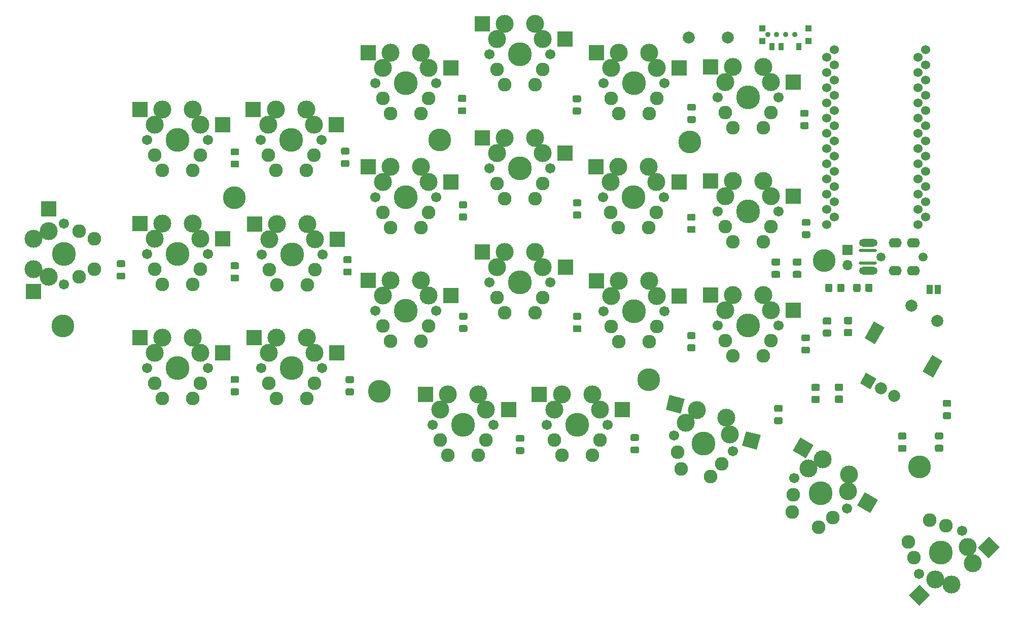
<source format=gts>
G04 #@! TF.GenerationSoftware,KiCad,Pcbnew,(5.1.10)-1*
G04 #@! TF.CreationDate,2021-10-25T12:29:25+03:00*
G04 #@! TF.ProjectId,main_pcb,6d61696e-5f70-4636-922e-6b696361645f,rev?*
G04 #@! TF.SameCoordinates,Original*
G04 #@! TF.FileFunction,Soldermask,Top*
G04 #@! TF.FilePolarity,Negative*
%FSLAX46Y46*%
G04 Gerber Fmt 4.6, Leading zero omitted, Abs format (unit mm)*
G04 Created by KiCad (PCBNEW (5.1.10)-1) date 2021-10-25 12:29:25*
%MOMM*%
%LPD*%
G01*
G04 APERTURE LIST*
%ADD10C,1.524000*%
%ADD11C,2.000000*%
%ADD12C,0.100000*%
%ADD13C,0.900000*%
%ADD14R,0.900000X1.300000*%
%ADD15R,1.000000X1.000000*%
%ADD16C,3.000000*%
%ADD17C,2.286000*%
%ADD18C,3.987800*%
%ADD19C,1.701800*%
%ADD20R,2.550000X2.500000*%
%ADD21R,2.500000X2.550000*%
%ADD22R,1.000000X1.500000*%
%ADD23O,1.700000X1.700000*%
%ADD24R,1.700000X1.700000*%
%ADD25O,3.000000X0.500000*%
%ADD26O,3.100000X1.300000*%
%ADD27C,1.500000*%
%ADD28O,2.200000X1.600000*%
%ADD29C,3.800000*%
G04 APERTURE END LIST*
D10*
X165664400Y-56642000D03*
X180884400Y-74422000D03*
X180884400Y-54102000D03*
X179578000Y-70612000D03*
X164338000Y-78232000D03*
X180884400Y-59182000D03*
X164338000Y-52832000D03*
X179578000Y-65532000D03*
X165664400Y-66802000D03*
X180884400Y-79502000D03*
X164338000Y-75692000D03*
X164338000Y-68072000D03*
X179578000Y-75692000D03*
X179578000Y-68072000D03*
X180884400Y-76962000D03*
X180884400Y-69342000D03*
X180884400Y-56642000D03*
X179578000Y-73152000D03*
X180884400Y-71882000D03*
X165664400Y-61722000D03*
X164338000Y-55372000D03*
X165664400Y-76962000D03*
X165664400Y-79502000D03*
X164338000Y-60452000D03*
X164338000Y-65532000D03*
X179578000Y-80772000D03*
X179578000Y-57912000D03*
X165664400Y-69342000D03*
X180884400Y-66802000D03*
X165664400Y-71882000D03*
X180884400Y-64262000D03*
X180884400Y-51562000D03*
X164338000Y-73152000D03*
X165664400Y-59182000D03*
X164338000Y-80772000D03*
X179578000Y-55372000D03*
X179578000Y-52832000D03*
X165664400Y-74422000D03*
X164338000Y-70612000D03*
X179578000Y-60452000D03*
X179578000Y-78232000D03*
X165664400Y-54102000D03*
X165664400Y-51562000D03*
X180884400Y-61722000D03*
X165664400Y-64262000D03*
X179578000Y-62992000D03*
X164338000Y-57912000D03*
X164338000Y-62992000D03*
D11*
X147827000Y-49580800D03*
X141327000Y-49580800D03*
D12*
G36*
X171656025Y-108277025D02*
G01*
X169923975Y-107277025D01*
X170923975Y-105544975D01*
X172656025Y-106544975D01*
X171656025Y-108277025D01*
G37*
D11*
X173455064Y-108161000D03*
X175620127Y-109411000D03*
D12*
G36*
X172421346Y-100751450D02*
G01*
X170689296Y-99751450D01*
X172289296Y-96980168D01*
X174021346Y-97980168D01*
X172421346Y-100751450D01*
G37*
G36*
X182120831Y-106351450D02*
G01*
X180388781Y-105351450D01*
X181988781Y-102580168D01*
X183720831Y-103580168D01*
X182120831Y-106351450D01*
G37*
D11*
X178540000Y-94353632D03*
X182870127Y-96853632D03*
D13*
X157558000Y-49047400D03*
X154558000Y-49047400D03*
X156005000Y-49072800D03*
X159005000Y-49072800D03*
D14*
X155255000Y-51072800D03*
X156755000Y-51072800D03*
X159755000Y-51072800D03*
D15*
X153655000Y-50122800D03*
X153655000Y-48022800D03*
X161355000Y-48022800D03*
X161355000Y-50122800D03*
G36*
G01*
X164890001Y-97517000D02*
X163989999Y-97517000D01*
G75*
G02*
X163740000Y-97267001I0J249999D01*
G01*
X163740000Y-96566999D01*
G75*
G02*
X163989999Y-96317000I249999J0D01*
G01*
X164890001Y-96317000D01*
G75*
G02*
X165140000Y-96566999I0J-249999D01*
G01*
X165140000Y-97267001D01*
G75*
G02*
X164890001Y-97517000I-249999J0D01*
G01*
G37*
G36*
G01*
X164890001Y-99517000D02*
X163989999Y-99517000D01*
G75*
G02*
X163740000Y-99267001I0J249999D01*
G01*
X163740000Y-98566999D01*
G75*
G02*
X163989999Y-98317000I249999J0D01*
G01*
X164890001Y-98317000D01*
G75*
G02*
X165140000Y-98566999I0J-249999D01*
G01*
X165140000Y-99267001D01*
G75*
G02*
X164890001Y-99517000I-249999J0D01*
G01*
G37*
G36*
G01*
X168395001Y-97440800D02*
X167494999Y-97440800D01*
G75*
G02*
X167245000Y-97190801I0J249999D01*
G01*
X167245000Y-96490799D01*
G75*
G02*
X167494999Y-96240800I249999J0D01*
G01*
X168395001Y-96240800D01*
G75*
G02*
X168645000Y-96490799I0J-249999D01*
G01*
X168645000Y-97190801D01*
G75*
G02*
X168395001Y-97440800I-249999J0D01*
G01*
G37*
G36*
G01*
X168395001Y-99440800D02*
X167494999Y-99440800D01*
G75*
G02*
X167245000Y-99190801I0J249999D01*
G01*
X167245000Y-98490799D01*
G75*
G02*
X167494999Y-98240800I249999J0D01*
G01*
X168395001Y-98240800D01*
G75*
G02*
X168645000Y-98490799I0J-249999D01*
G01*
X168645000Y-99190801D01*
G75*
G02*
X168395001Y-99440800I-249999J0D01*
G01*
G37*
G36*
G01*
X170809000Y-91813801D02*
X170809000Y-90913799D01*
G75*
G02*
X171058999Y-90663800I249999J0D01*
G01*
X171759001Y-90663800D01*
G75*
G02*
X172009000Y-90913799I0J-249999D01*
G01*
X172009000Y-91813801D01*
G75*
G02*
X171759001Y-92063800I-249999J0D01*
G01*
X171058999Y-92063800D01*
G75*
G02*
X170809000Y-91813801I0J249999D01*
G01*
G37*
G36*
G01*
X168809000Y-91813801D02*
X168809000Y-90913799D01*
G75*
G02*
X169058999Y-90663800I249999J0D01*
G01*
X169759001Y-90663800D01*
G75*
G02*
X170009000Y-90913799I0J-249999D01*
G01*
X170009000Y-91813801D01*
G75*
G02*
X169759001Y-92063800I-249999J0D01*
G01*
X169058999Y-92063800D01*
G75*
G02*
X168809000Y-91813801I0J249999D01*
G01*
G37*
G36*
G01*
X165335000Y-90939199D02*
X165335000Y-91839201D01*
G75*
G02*
X165085001Y-92089200I-249999J0D01*
G01*
X164384999Y-92089200D01*
G75*
G02*
X164135000Y-91839201I0J249999D01*
G01*
X164135000Y-90939199D01*
G75*
G02*
X164384999Y-90689200I249999J0D01*
G01*
X165085001Y-90689200D01*
G75*
G02*
X165335000Y-90939199I0J-249999D01*
G01*
G37*
G36*
G01*
X167335000Y-90939199D02*
X167335000Y-91839201D01*
G75*
G02*
X167085001Y-92089200I-249999J0D01*
G01*
X166384999Y-92089200D01*
G75*
G02*
X166135000Y-91839201I0J249999D01*
G01*
X166135000Y-90939199D01*
G75*
G02*
X166384999Y-90689200I249999J0D01*
G01*
X167085001Y-90689200D01*
G75*
G02*
X167335000Y-90939199I0J-249999D01*
G01*
G37*
G36*
G01*
X162959001Y-108591000D02*
X162058999Y-108591000D01*
G75*
G02*
X161809000Y-108341001I0J249999D01*
G01*
X161809000Y-107640999D01*
G75*
G02*
X162058999Y-107391000I249999J0D01*
G01*
X162959001Y-107391000D01*
G75*
G02*
X163209000Y-107640999I0J-249999D01*
G01*
X163209000Y-108341001D01*
G75*
G02*
X162959001Y-108591000I-249999J0D01*
G01*
G37*
G36*
G01*
X162959001Y-110591000D02*
X162058999Y-110591000D01*
G75*
G02*
X161809000Y-110341001I0J249999D01*
G01*
X161809000Y-109640999D01*
G75*
G02*
X162058999Y-109391000I249999J0D01*
G01*
X162959001Y-109391000D01*
G75*
G02*
X163209000Y-109640999I0J-249999D01*
G01*
X163209000Y-110341001D01*
G75*
G02*
X162959001Y-110591000I-249999J0D01*
G01*
G37*
G36*
G01*
X166871001Y-108566000D02*
X165970999Y-108566000D01*
G75*
G02*
X165721000Y-108316001I0J249999D01*
G01*
X165721000Y-107615999D01*
G75*
G02*
X165970999Y-107366000I249999J0D01*
G01*
X166871001Y-107366000D01*
G75*
G02*
X167121000Y-107615999I0J-249999D01*
G01*
X167121000Y-108316001D01*
G75*
G02*
X166871001Y-108566000I-249999J0D01*
G01*
G37*
G36*
G01*
X166871001Y-110566000D02*
X165970999Y-110566000D01*
G75*
G02*
X165721000Y-110316001I0J249999D01*
G01*
X165721000Y-109615999D01*
G75*
G02*
X165970999Y-109366000I249999J0D01*
G01*
X166871001Y-109366000D01*
G75*
G02*
X167121000Y-109615999I0J-249999D01*
G01*
X167121000Y-110316001D01*
G75*
G02*
X166871001Y-110566000I-249999J0D01*
G01*
G37*
D16*
X188776154Y-137356051D03*
X182489974Y-140050128D03*
D17*
X177999846Y-133763949D03*
X184286026Y-131069872D03*
D12*
G36*
X191445482Y-132918956D02*
G01*
X193213249Y-134686723D01*
X191410126Y-136489846D01*
X189642359Y-134722079D01*
X191445482Y-132918956D01*
G37*
D16*
X187878128Y-134661974D03*
X185184051Y-140948154D03*
D17*
X178897872Y-136458026D03*
D18*
X183388000Y-135560000D03*
D17*
X181591949Y-130171846D03*
D19*
X179795898Y-139152102D03*
X186980102Y-131967898D03*
D12*
G36*
X179856002Y-140916333D02*
G01*
X181623769Y-142684100D01*
X179820646Y-144487223D01*
X178052879Y-142719456D01*
X179856002Y-140916333D01*
G37*
D16*
X163687295Y-119984591D03*
X167916557Y-125359295D03*
D17*
X163006705Y-131323409D03*
X158777443Y-125948705D03*
D12*
G36*
X158710518Y-118554623D02*
G01*
X159960518Y-116389559D01*
X162168882Y-117664559D01*
X160918882Y-119829623D01*
X158710518Y-118554623D01*
G37*
D16*
X161317443Y-121549295D03*
X168086705Y-122524591D03*
D17*
X165376557Y-129758705D03*
D18*
X163347000Y-125654000D03*
D17*
X158607295Y-128783409D03*
D19*
X167746409Y-128194000D03*
X158947591Y-123114000D03*
D12*
G36*
X169434970Y-127679327D02*
G01*
X170684970Y-125514263D01*
X172893334Y-126789263D01*
X171643334Y-128954327D01*
X169434970Y-127679327D01*
G37*
D16*
X142701349Y-111783696D03*
X148177578Y-115880649D03*
D17*
X144978651Y-122912304D03*
X139502422Y-118815351D03*
D12*
G36*
X137524048Y-111690538D02*
G01*
X138171095Y-109275723D01*
X140634206Y-109935712D01*
X139987159Y-112350527D01*
X137524048Y-111690538D01*
G37*
D16*
X140817223Y-113908448D03*
X147608252Y-113098497D03*
D17*
X146862777Y-120787552D03*
D18*
X143840000Y-117348000D03*
D17*
X140071748Y-121597503D03*
D19*
X148746903Y-118662801D03*
X138933097Y-116033199D03*
D12*
G36*
X150244721Y-117728633D02*
G01*
X150891768Y-115313818D01*
X153354879Y-115973807D01*
X152707832Y-118388622D01*
X150244721Y-117728633D01*
G37*
D16*
X120142000Y-109195000D03*
X126492000Y-111735000D03*
D17*
X125222000Y-119355000D03*
X118872000Y-116815000D03*
D20*
X116392000Y-109195000D03*
D16*
X118872000Y-111735000D03*
X125222000Y-109195000D03*
D17*
X126492000Y-116815000D03*
D18*
X122682000Y-114275000D03*
D17*
X120142000Y-119355000D03*
D19*
X127762000Y-114275000D03*
X117602000Y-114275000D03*
D20*
X130242000Y-111735000D03*
D16*
X101168000Y-109195000D03*
X107518000Y-111735000D03*
D17*
X106248000Y-119355000D03*
X99898000Y-116815000D03*
D20*
X97418000Y-109195000D03*
D16*
X99898000Y-111735000D03*
X106248000Y-109195000D03*
D17*
X107518000Y-116815000D03*
D18*
X103708000Y-114275000D03*
D17*
X101168000Y-119355000D03*
D19*
X108788000Y-114275000D03*
X98628000Y-114275000D03*
D20*
X111268000Y-111735000D03*
D16*
X148717000Y-92583000D03*
X155067000Y-95123000D03*
D17*
X153797000Y-102743000D03*
X147447000Y-100203000D03*
D20*
X144967000Y-92583000D03*
D16*
X147447000Y-95123000D03*
X153797000Y-92583000D03*
D17*
X155067000Y-100203000D03*
D18*
X151257000Y-97663000D03*
D17*
X148717000Y-102743000D03*
D19*
X156337000Y-97663000D03*
X146177000Y-97663000D03*
D20*
X158817000Y-95123000D03*
D16*
X129672000Y-90200500D03*
X136022000Y-92740500D03*
D17*
X134752000Y-100360500D03*
X128402000Y-97820500D03*
D20*
X125922000Y-90200500D03*
D16*
X128402000Y-92740500D03*
X134752000Y-90200500D03*
D17*
X136022000Y-97820500D03*
D18*
X132212000Y-95280500D03*
D17*
X129672000Y-100360500D03*
D19*
X137292000Y-95280500D03*
X127132000Y-95280500D03*
D20*
X139772000Y-92740500D03*
D16*
X110647000Y-85399900D03*
X116997000Y-87939900D03*
D17*
X115727000Y-95559900D03*
X109377000Y-93019900D03*
D20*
X106897000Y-85399900D03*
D16*
X109377000Y-87939900D03*
X115727000Y-85399900D03*
D17*
X116997000Y-93019900D03*
D18*
X113187000Y-90479900D03*
D17*
X110647000Y-95559900D03*
D19*
X118267000Y-90479900D03*
X108107000Y-90479900D03*
D20*
X120747000Y-87939900D03*
D16*
X91567000Y-90106500D03*
X97917000Y-92646500D03*
D17*
X96647000Y-100266500D03*
X90297000Y-97726500D03*
D20*
X87817000Y-90106500D03*
D16*
X90297000Y-92646500D03*
X96647000Y-90106500D03*
D17*
X97917000Y-97726500D03*
D18*
X94107000Y-95186500D03*
D17*
X91567000Y-100266500D03*
D19*
X99187000Y-95186500D03*
X89027000Y-95186500D03*
D20*
X101667000Y-92646500D03*
D16*
X72517000Y-99695000D03*
X78867000Y-102235000D03*
D17*
X77597000Y-109855000D03*
X71247000Y-107315000D03*
D20*
X68767000Y-99695000D03*
D16*
X71247000Y-102235000D03*
X77597000Y-99695000D03*
D17*
X78867000Y-107315000D03*
D18*
X75057000Y-104775000D03*
D17*
X72517000Y-109855000D03*
D19*
X80137000Y-104775000D03*
X69977000Y-104775000D03*
D20*
X82617000Y-102235000D03*
D16*
X53467000Y-99695000D03*
X59817000Y-102235000D03*
D17*
X58547000Y-109855000D03*
X52197000Y-107315000D03*
D20*
X49717000Y-99695000D03*
D16*
X52197000Y-102235000D03*
X58547000Y-99695000D03*
D17*
X59817000Y-107315000D03*
D18*
X56007000Y-104775000D03*
D17*
X53467000Y-109855000D03*
D19*
X61087000Y-104775000D03*
X50927000Y-104775000D03*
D20*
X63567000Y-102235000D03*
D16*
X148717000Y-73533000D03*
X155067000Y-76073000D03*
D17*
X153797000Y-83693000D03*
X147447000Y-81153000D03*
D20*
X144967000Y-73533000D03*
D16*
X147447000Y-76073000D03*
X153797000Y-73533000D03*
D17*
X155067000Y-81153000D03*
D18*
X151257000Y-78613000D03*
D17*
X148717000Y-83693000D03*
D19*
X156337000Y-78613000D03*
X146177000Y-78613000D03*
D20*
X158817000Y-76073000D03*
D16*
X129604000Y-71120000D03*
X135954000Y-73660000D03*
D17*
X134684000Y-81280000D03*
X128334000Y-78740000D03*
D20*
X125854000Y-71120000D03*
D16*
X128334000Y-73660000D03*
X134684000Y-71120000D03*
D17*
X135954000Y-78740000D03*
D18*
X132144000Y-76200000D03*
D17*
X129604000Y-81280000D03*
D19*
X137224000Y-76200000D03*
X127064000Y-76200000D03*
D20*
X139704000Y-73660000D03*
D16*
X110617000Y-66357500D03*
X116967000Y-68897500D03*
D17*
X115697000Y-76517500D03*
X109347000Y-73977500D03*
D20*
X106867000Y-66357500D03*
D16*
X109347000Y-68897500D03*
X115697000Y-66357500D03*
D17*
X116967000Y-73977500D03*
D18*
X113157000Y-71437500D03*
D17*
X110617000Y-76517500D03*
D19*
X118237000Y-71437500D03*
X108077000Y-71437500D03*
D20*
X120717000Y-68897500D03*
D16*
X91567000Y-71120000D03*
X97917000Y-73660000D03*
D17*
X96647000Y-81280000D03*
X90297000Y-78740000D03*
D20*
X87817000Y-71120000D03*
D16*
X90297000Y-73660000D03*
X96647000Y-71120000D03*
D17*
X97917000Y-78740000D03*
D18*
X94107000Y-76200000D03*
D17*
X91567000Y-81280000D03*
D19*
X99187000Y-76200000D03*
X89027000Y-76200000D03*
D20*
X101667000Y-73660000D03*
D16*
X72580500Y-80708500D03*
X78930500Y-83248500D03*
D17*
X77660500Y-90868500D03*
X71310500Y-88328500D03*
D20*
X68830500Y-80708500D03*
D16*
X71310500Y-83248500D03*
X77660500Y-80708500D03*
D17*
X78930500Y-88328500D03*
D18*
X75120500Y-85788500D03*
D17*
X72580500Y-90868500D03*
D19*
X80200500Y-85788500D03*
X70040500Y-85788500D03*
D20*
X82680500Y-83248500D03*
D16*
X53467000Y-80645000D03*
X59817000Y-83185000D03*
D17*
X58547000Y-90805000D03*
X52197000Y-88265000D03*
D20*
X49717000Y-80645000D03*
D16*
X52197000Y-83185000D03*
X58547000Y-80645000D03*
D17*
X59817000Y-88265000D03*
D18*
X56007000Y-85725000D03*
D17*
X53467000Y-90805000D03*
D19*
X61087000Y-85725000D03*
X50927000Y-85725000D03*
D20*
X63567000Y-83185000D03*
D16*
X31940500Y-88265000D03*
X34480500Y-81915000D03*
D17*
X42100500Y-83185000D03*
X39560500Y-89535000D03*
D21*
X31940500Y-92015000D03*
D16*
X34480500Y-89535000D03*
X31940500Y-83185000D03*
D17*
X39560500Y-81915000D03*
D18*
X37020500Y-85725000D03*
D17*
X42100500Y-88265000D03*
D19*
X37020500Y-80645000D03*
X37020500Y-90805000D03*
D21*
X34480500Y-78165000D03*
D16*
X148717000Y-54483000D03*
X155067000Y-57023000D03*
D17*
X153797000Y-64643000D03*
X147447000Y-62103000D03*
D20*
X144967000Y-54483000D03*
D16*
X147447000Y-57023000D03*
X153797000Y-54483000D03*
D17*
X155067000Y-62103000D03*
D18*
X151257000Y-59563000D03*
D17*
X148717000Y-64643000D03*
D19*
X156337000Y-59563000D03*
X146177000Y-59563000D03*
D20*
X158817000Y-57023000D03*
D16*
X129667000Y-52070000D03*
X136017000Y-54610000D03*
D17*
X134747000Y-62230000D03*
X128397000Y-59690000D03*
D20*
X125917000Y-52070000D03*
D16*
X128397000Y-54610000D03*
X134747000Y-52070000D03*
D17*
X136017000Y-59690000D03*
D18*
X132207000Y-57150000D03*
D17*
X129667000Y-62230000D03*
D19*
X137287000Y-57150000D03*
X127127000Y-57150000D03*
D20*
X139767000Y-54610000D03*
D16*
X110617000Y-47244000D03*
X116967000Y-49784000D03*
D17*
X115697000Y-57404000D03*
X109347000Y-54864000D03*
D20*
X106867000Y-47244000D03*
D16*
X109347000Y-49784000D03*
X115697000Y-47244000D03*
D17*
X116967000Y-54864000D03*
D18*
X113157000Y-52324000D03*
D17*
X110617000Y-57404000D03*
D19*
X118237000Y-52324000D03*
X108077000Y-52324000D03*
D20*
X120717000Y-49784000D03*
D16*
X91567000Y-52070000D03*
X97917000Y-54610000D03*
D17*
X96647000Y-62230000D03*
X90297000Y-59690000D03*
D20*
X87817000Y-52070000D03*
D16*
X90297000Y-54610000D03*
X96647000Y-52070000D03*
D17*
X97917000Y-59690000D03*
D18*
X94107000Y-57150000D03*
D17*
X91567000Y-62230000D03*
D19*
X99187000Y-57150000D03*
X89027000Y-57150000D03*
D20*
X101667000Y-54610000D03*
D16*
X72390000Y-61595000D03*
X78740000Y-64135000D03*
D17*
X77470000Y-71755000D03*
X71120000Y-69215000D03*
D20*
X68640000Y-61595000D03*
D16*
X71120000Y-64135000D03*
X77470000Y-61595000D03*
D17*
X78740000Y-69215000D03*
D18*
X74930000Y-66675000D03*
D17*
X72390000Y-71755000D03*
D19*
X80010000Y-66675000D03*
X69850000Y-66675000D03*
D20*
X82490000Y-64135000D03*
D16*
X53467000Y-61595000D03*
X59817000Y-64135000D03*
D17*
X58547000Y-71755000D03*
X52197000Y-69215000D03*
D20*
X49717000Y-61595000D03*
D16*
X52197000Y-64135000D03*
X58547000Y-61595000D03*
D17*
X59817000Y-69215000D03*
D18*
X56007000Y-66675000D03*
D17*
X53467000Y-71755000D03*
D19*
X61087000Y-66675000D03*
X50927000Y-66675000D03*
D20*
X63567000Y-64135000D03*
D22*
X181595000Y-91668600D03*
X182895000Y-91668600D03*
D23*
X167869000Y-87553800D03*
D24*
X167869000Y-85013800D03*
D25*
X171196000Y-87249000D03*
X171196000Y-85090000D03*
D26*
X171323000Y-88487250D03*
D27*
X173440500Y-86183500D03*
X180440500Y-86183500D03*
D28*
X178840500Y-83883500D03*
X175840500Y-83883500D03*
X175840500Y-88487250D03*
X178840500Y-88487250D03*
D26*
X171323000Y-83883500D03*
D29*
X89662000Y-108661000D03*
X134671000Y-106680000D03*
X179908000Y-121310000D03*
X163932000Y-86817200D03*
X141503000Y-66979800D03*
X99745800Y-66675000D03*
X65481200Y-76301600D03*
X36880800Y-97739200D03*
G36*
G01*
X184905001Y-111234000D02*
X184004999Y-111234000D01*
G75*
G02*
X183755000Y-110984001I0J249999D01*
G01*
X183755000Y-110333999D01*
G75*
G02*
X184004999Y-110084000I249999J0D01*
G01*
X184905001Y-110084000D01*
G75*
G02*
X185155000Y-110333999I0J-249999D01*
G01*
X185155000Y-110984001D01*
G75*
G02*
X184905001Y-111234000I-249999J0D01*
G01*
G37*
G36*
G01*
X184905001Y-113284000D02*
X184004999Y-113284000D01*
G75*
G02*
X183755000Y-113034001I0J249999D01*
G01*
X183755000Y-112383999D01*
G75*
G02*
X184004999Y-112134000I249999J0D01*
G01*
X184905001Y-112134000D01*
G75*
G02*
X185155000Y-112383999I0J-249999D01*
G01*
X185155000Y-113034001D01*
G75*
G02*
X184905001Y-113284000I-249999J0D01*
G01*
G37*
G36*
G01*
X183584001Y-116669000D02*
X182683999Y-116669000D01*
G75*
G02*
X182434000Y-116419001I0J249999D01*
G01*
X182434000Y-115768999D01*
G75*
G02*
X182683999Y-115519000I249999J0D01*
G01*
X183584001Y-115519000D01*
G75*
G02*
X183834000Y-115768999I0J-249999D01*
G01*
X183834000Y-116419001D01*
G75*
G02*
X183584001Y-116669000I-249999J0D01*
G01*
G37*
G36*
G01*
X183584001Y-118719000D02*
X182683999Y-118719000D01*
G75*
G02*
X182434000Y-118469001I0J249999D01*
G01*
X182434000Y-117818999D01*
G75*
G02*
X182683999Y-117569000I249999J0D01*
G01*
X183584001Y-117569000D01*
G75*
G02*
X183834000Y-117818999I0J-249999D01*
G01*
X183834000Y-118469001D01*
G75*
G02*
X183584001Y-118719000I-249999J0D01*
G01*
G37*
G36*
G01*
X177437001Y-116695000D02*
X176536999Y-116695000D01*
G75*
G02*
X176287000Y-116445001I0J249999D01*
G01*
X176287000Y-115794999D01*
G75*
G02*
X176536999Y-115545000I249999J0D01*
G01*
X177437001Y-115545000D01*
G75*
G02*
X177687000Y-115794999I0J-249999D01*
G01*
X177687000Y-116445001D01*
G75*
G02*
X177437001Y-116695000I-249999J0D01*
G01*
G37*
G36*
G01*
X177437001Y-118745000D02*
X176536999Y-118745000D01*
G75*
G02*
X176287000Y-118495001I0J249999D01*
G01*
X176287000Y-117844999D01*
G75*
G02*
X176536999Y-117595000I249999J0D01*
G01*
X177437001Y-117595000D01*
G75*
G02*
X177687000Y-117844999I0J-249999D01*
G01*
X177687000Y-118495001D01*
G75*
G02*
X177437001Y-118745000I-249999J0D01*
G01*
G37*
G36*
G01*
X156762001Y-112072000D02*
X155861999Y-112072000D01*
G75*
G02*
X155612000Y-111822001I0J249999D01*
G01*
X155612000Y-111171999D01*
G75*
G02*
X155861999Y-110922000I249999J0D01*
G01*
X156762001Y-110922000D01*
G75*
G02*
X157012000Y-111171999I0J-249999D01*
G01*
X157012000Y-111822001D01*
G75*
G02*
X156762001Y-112072000I-249999J0D01*
G01*
G37*
G36*
G01*
X156762001Y-114122000D02*
X155861999Y-114122000D01*
G75*
G02*
X155612000Y-113872001I0J249999D01*
G01*
X155612000Y-113221999D01*
G75*
G02*
X155861999Y-112972000I249999J0D01*
G01*
X156762001Y-112972000D01*
G75*
G02*
X157012000Y-113221999I0J-249999D01*
G01*
X157012000Y-113872001D01*
G75*
G02*
X156762001Y-114122000I-249999J0D01*
G01*
G37*
G36*
G01*
X132784001Y-116949000D02*
X131883999Y-116949000D01*
G75*
G02*
X131634000Y-116699001I0J249999D01*
G01*
X131634000Y-116048999D01*
G75*
G02*
X131883999Y-115799000I249999J0D01*
G01*
X132784001Y-115799000D01*
G75*
G02*
X133034000Y-116048999I0J-249999D01*
G01*
X133034000Y-116699001D01*
G75*
G02*
X132784001Y-116949000I-249999J0D01*
G01*
G37*
G36*
G01*
X132784001Y-118999000D02*
X131883999Y-118999000D01*
G75*
G02*
X131634000Y-118749001I0J249999D01*
G01*
X131634000Y-118098999D01*
G75*
G02*
X131883999Y-117849000I249999J0D01*
G01*
X132784001Y-117849000D01*
G75*
G02*
X133034000Y-118098999I0J-249999D01*
G01*
X133034000Y-118749001D01*
G75*
G02*
X132784001Y-118999000I-249999J0D01*
G01*
G37*
G36*
G01*
X113632001Y-117076000D02*
X112731999Y-117076000D01*
G75*
G02*
X112482000Y-116826001I0J249999D01*
G01*
X112482000Y-116175999D01*
G75*
G02*
X112731999Y-115926000I249999J0D01*
G01*
X113632001Y-115926000D01*
G75*
G02*
X113882000Y-116175999I0J-249999D01*
G01*
X113882000Y-116826001D01*
G75*
G02*
X113632001Y-117076000I-249999J0D01*
G01*
G37*
G36*
G01*
X113632001Y-119126000D02*
X112731999Y-119126000D01*
G75*
G02*
X112482000Y-118876001I0J249999D01*
G01*
X112482000Y-118225999D01*
G75*
G02*
X112731999Y-117976000I249999J0D01*
G01*
X113632001Y-117976000D01*
G75*
G02*
X113882000Y-118225999I0J-249999D01*
G01*
X113882000Y-118876001D01*
G75*
G02*
X113632001Y-119126000I-249999J0D01*
G01*
G37*
G36*
G01*
X161308001Y-100286000D02*
X160407999Y-100286000D01*
G75*
G02*
X160158000Y-100036001I0J249999D01*
G01*
X160158000Y-99385999D01*
G75*
G02*
X160407999Y-99136000I249999J0D01*
G01*
X161308001Y-99136000D01*
G75*
G02*
X161558000Y-99385999I0J-249999D01*
G01*
X161558000Y-100036001D01*
G75*
G02*
X161308001Y-100286000I-249999J0D01*
G01*
G37*
G36*
G01*
X161308001Y-102336000D02*
X160407999Y-102336000D01*
G75*
G02*
X160158000Y-102086001I0J249999D01*
G01*
X160158000Y-101435999D01*
G75*
G02*
X160407999Y-101186000I249999J0D01*
G01*
X161308001Y-101186000D01*
G75*
G02*
X161558000Y-101435999I0J-249999D01*
G01*
X161558000Y-102086001D01*
G75*
G02*
X161308001Y-102336000I-249999J0D01*
G01*
G37*
G36*
G01*
X142233001Y-99905000D02*
X141332999Y-99905000D01*
G75*
G02*
X141083000Y-99655001I0J249999D01*
G01*
X141083000Y-99004999D01*
G75*
G02*
X141332999Y-98755000I249999J0D01*
G01*
X142233001Y-98755000D01*
G75*
G02*
X142483000Y-99004999I0J-249999D01*
G01*
X142483000Y-99655001D01*
G75*
G02*
X142233001Y-99905000I-249999J0D01*
G01*
G37*
G36*
G01*
X142233001Y-101955000D02*
X141332999Y-101955000D01*
G75*
G02*
X141083000Y-101705001I0J249999D01*
G01*
X141083000Y-101054999D01*
G75*
G02*
X141332999Y-100805000I249999J0D01*
G01*
X142233001Y-100805000D01*
G75*
G02*
X142483000Y-101054999I0J-249999D01*
G01*
X142483000Y-101705001D01*
G75*
G02*
X142233001Y-101955000I-249999J0D01*
G01*
G37*
G36*
G01*
X123157001Y-96705000D02*
X122256999Y-96705000D01*
G75*
G02*
X122007000Y-96455001I0J249999D01*
G01*
X122007000Y-95804999D01*
G75*
G02*
X122256999Y-95555000I249999J0D01*
G01*
X123157001Y-95555000D01*
G75*
G02*
X123407000Y-95804999I0J-249999D01*
G01*
X123407000Y-96455001D01*
G75*
G02*
X123157001Y-96705000I-249999J0D01*
G01*
G37*
G36*
G01*
X123157001Y-98755000D02*
X122256999Y-98755000D01*
G75*
G02*
X122007000Y-98505001I0J249999D01*
G01*
X122007000Y-97854999D01*
G75*
G02*
X122256999Y-97605000I249999J0D01*
G01*
X123157001Y-97605000D01*
G75*
G02*
X123407000Y-97854999I0J-249999D01*
G01*
X123407000Y-98505001D01*
G75*
G02*
X123157001Y-98755000I-249999J0D01*
G01*
G37*
G36*
G01*
X104158001Y-96679600D02*
X103257999Y-96679600D01*
G75*
G02*
X103008000Y-96429601I0J249999D01*
G01*
X103008000Y-95779599D01*
G75*
G02*
X103257999Y-95529600I249999J0D01*
G01*
X104158001Y-95529600D01*
G75*
G02*
X104408000Y-95779599I0J-249999D01*
G01*
X104408000Y-96429601D01*
G75*
G02*
X104158001Y-96679600I-249999J0D01*
G01*
G37*
G36*
G01*
X104158001Y-98729600D02*
X103257999Y-98729600D01*
G75*
G02*
X103008000Y-98479601I0J249999D01*
G01*
X103008000Y-97829599D01*
G75*
G02*
X103257999Y-97579600I249999J0D01*
G01*
X104158001Y-97579600D01*
G75*
G02*
X104408000Y-97829599I0J-249999D01*
G01*
X104408000Y-98479601D01*
G75*
G02*
X104158001Y-98729600I-249999J0D01*
G01*
G37*
G36*
G01*
X85209801Y-107271000D02*
X84309799Y-107271000D01*
G75*
G02*
X84059800Y-107021001I0J249999D01*
G01*
X84059800Y-106370999D01*
G75*
G02*
X84309799Y-106121000I249999J0D01*
G01*
X85209801Y-106121000D01*
G75*
G02*
X85459800Y-106370999I0J-249999D01*
G01*
X85459800Y-107021001D01*
G75*
G02*
X85209801Y-107271000I-249999J0D01*
G01*
G37*
G36*
G01*
X85209801Y-109321000D02*
X84309799Y-109321000D01*
G75*
G02*
X84059800Y-109071001I0J249999D01*
G01*
X84059800Y-108420999D01*
G75*
G02*
X84309799Y-108171000I249999J0D01*
G01*
X85209801Y-108171000D01*
G75*
G02*
X85459800Y-108420999I0J-249999D01*
G01*
X85459800Y-109071001D01*
G75*
G02*
X85209801Y-109321000I-249999J0D01*
G01*
G37*
G36*
G01*
X66007401Y-107246000D02*
X65107399Y-107246000D01*
G75*
G02*
X64857400Y-106996001I0J249999D01*
G01*
X64857400Y-106345999D01*
G75*
G02*
X65107399Y-106096000I249999J0D01*
G01*
X66007401Y-106096000D01*
G75*
G02*
X66257400Y-106345999I0J-249999D01*
G01*
X66257400Y-106996001D01*
G75*
G02*
X66007401Y-107246000I-249999J0D01*
G01*
G37*
G36*
G01*
X66007401Y-109296000D02*
X65107399Y-109296000D01*
G75*
G02*
X64857400Y-109046001I0J249999D01*
G01*
X64857400Y-108395999D01*
G75*
G02*
X65107399Y-108146000I249999J0D01*
G01*
X66007401Y-108146000D01*
G75*
G02*
X66257400Y-108395999I0J-249999D01*
G01*
X66257400Y-109046001D01*
G75*
G02*
X66007401Y-109296000I-249999J0D01*
G01*
G37*
G36*
G01*
X161384001Y-81007800D02*
X160483999Y-81007800D01*
G75*
G02*
X160234000Y-80757801I0J249999D01*
G01*
X160234000Y-80107799D01*
G75*
G02*
X160483999Y-79857800I249999J0D01*
G01*
X161384001Y-79857800D01*
G75*
G02*
X161634000Y-80107799I0J-249999D01*
G01*
X161634000Y-80757801D01*
G75*
G02*
X161384001Y-81007800I-249999J0D01*
G01*
G37*
G36*
G01*
X161384001Y-83057800D02*
X160483999Y-83057800D01*
G75*
G02*
X160234000Y-82807801I0J249999D01*
G01*
X160234000Y-82157799D01*
G75*
G02*
X160483999Y-81907800I249999J0D01*
G01*
X161384001Y-81907800D01*
G75*
G02*
X161634000Y-82157799I0J-249999D01*
G01*
X161634000Y-82807801D01*
G75*
G02*
X161384001Y-83057800I-249999J0D01*
G01*
G37*
G36*
G01*
X142233001Y-80144200D02*
X141332999Y-80144200D01*
G75*
G02*
X141083000Y-79894201I0J249999D01*
G01*
X141083000Y-79244199D01*
G75*
G02*
X141332999Y-78994200I249999J0D01*
G01*
X142233001Y-78994200D01*
G75*
G02*
X142483000Y-79244199I0J-249999D01*
G01*
X142483000Y-79894201D01*
G75*
G02*
X142233001Y-80144200I-249999J0D01*
G01*
G37*
G36*
G01*
X142233001Y-82194200D02*
X141332999Y-82194200D01*
G75*
G02*
X141083000Y-81944201I0J249999D01*
G01*
X141083000Y-81294199D01*
G75*
G02*
X141332999Y-81044200I249999J0D01*
G01*
X142233001Y-81044200D01*
G75*
G02*
X142483000Y-81294199I0J-249999D01*
G01*
X142483000Y-81944201D01*
G75*
G02*
X142233001Y-82194200I-249999J0D01*
G01*
G37*
G36*
G01*
X123157001Y-77731200D02*
X122256999Y-77731200D01*
G75*
G02*
X122007000Y-77481201I0J249999D01*
G01*
X122007000Y-76831199D01*
G75*
G02*
X122256999Y-76581200I249999J0D01*
G01*
X123157001Y-76581200D01*
G75*
G02*
X123407000Y-76831199I0J-249999D01*
G01*
X123407000Y-77481201D01*
G75*
G02*
X123157001Y-77731200I-249999J0D01*
G01*
G37*
G36*
G01*
X123157001Y-79781200D02*
X122256999Y-79781200D01*
G75*
G02*
X122007000Y-79531201I0J249999D01*
G01*
X122007000Y-78881199D01*
G75*
G02*
X122256999Y-78631200I249999J0D01*
G01*
X123157001Y-78631200D01*
G75*
G02*
X123407000Y-78881199I0J-249999D01*
G01*
X123407000Y-79531201D01*
G75*
G02*
X123157001Y-79781200I-249999J0D01*
G01*
G37*
G36*
G01*
X104107001Y-78061400D02*
X103206999Y-78061400D01*
G75*
G02*
X102957000Y-77811401I0J249999D01*
G01*
X102957000Y-77161399D01*
G75*
G02*
X103206999Y-76911400I249999J0D01*
G01*
X104107001Y-76911400D01*
G75*
G02*
X104357000Y-77161399I0J-249999D01*
G01*
X104357000Y-77811401D01*
G75*
G02*
X104107001Y-78061400I-249999J0D01*
G01*
G37*
G36*
G01*
X104107001Y-80111400D02*
X103206999Y-80111400D01*
G75*
G02*
X102957000Y-79861401I0J249999D01*
G01*
X102957000Y-79211399D01*
G75*
G02*
X103206999Y-78961400I249999J0D01*
G01*
X104107001Y-78961400D01*
G75*
G02*
X104357000Y-79211399I0J-249999D01*
G01*
X104357000Y-79861401D01*
G75*
G02*
X104107001Y-80111400I-249999J0D01*
G01*
G37*
G36*
G01*
X84828801Y-87230800D02*
X83928799Y-87230800D01*
G75*
G02*
X83678800Y-86980801I0J249999D01*
G01*
X83678800Y-86330799D01*
G75*
G02*
X83928799Y-86080800I249999J0D01*
G01*
X84828801Y-86080800D01*
G75*
G02*
X85078800Y-86330799I0J-249999D01*
G01*
X85078800Y-86980801D01*
G75*
G02*
X84828801Y-87230800I-249999J0D01*
G01*
G37*
G36*
G01*
X84828801Y-89280800D02*
X83928799Y-89280800D01*
G75*
G02*
X83678800Y-89030801I0J249999D01*
G01*
X83678800Y-88380799D01*
G75*
G02*
X83928799Y-88130800I249999J0D01*
G01*
X84828801Y-88130800D01*
G75*
G02*
X85078800Y-88380799I0J-249999D01*
G01*
X85078800Y-89030801D01*
G75*
G02*
X84828801Y-89280800I-249999J0D01*
G01*
G37*
G36*
G01*
X66007401Y-88246800D02*
X65107399Y-88246800D01*
G75*
G02*
X64857400Y-87996801I0J249999D01*
G01*
X64857400Y-87346799D01*
G75*
G02*
X65107399Y-87096800I249999J0D01*
G01*
X66007401Y-87096800D01*
G75*
G02*
X66257400Y-87346799I0J-249999D01*
G01*
X66257400Y-87996801D01*
G75*
G02*
X66007401Y-88246800I-249999J0D01*
G01*
G37*
G36*
G01*
X66007401Y-90296800D02*
X65107399Y-90296800D01*
G75*
G02*
X64857400Y-90046801I0J249999D01*
G01*
X64857400Y-89396799D01*
G75*
G02*
X65107399Y-89146800I249999J0D01*
G01*
X66007401Y-89146800D01*
G75*
G02*
X66257400Y-89396799I0J-249999D01*
G01*
X66257400Y-90046801D01*
G75*
G02*
X66007401Y-90296800I-249999J0D01*
G01*
G37*
G36*
G01*
X47008201Y-87916600D02*
X46108199Y-87916600D01*
G75*
G02*
X45858200Y-87666601I0J249999D01*
G01*
X45858200Y-87016599D01*
G75*
G02*
X46108199Y-86766600I249999J0D01*
G01*
X47008201Y-86766600D01*
G75*
G02*
X47258200Y-87016599I0J-249999D01*
G01*
X47258200Y-87666601D01*
G75*
G02*
X47008201Y-87916600I-249999J0D01*
G01*
G37*
G36*
G01*
X47008201Y-89966600D02*
X46108199Y-89966600D01*
G75*
G02*
X45858200Y-89716601I0J249999D01*
G01*
X45858200Y-89066599D01*
G75*
G02*
X46108199Y-88816600I249999J0D01*
G01*
X47008201Y-88816600D01*
G75*
G02*
X47258200Y-89066599I0J-249999D01*
G01*
X47258200Y-89716601D01*
G75*
G02*
X47008201Y-89966600I-249999J0D01*
G01*
G37*
G36*
G01*
X161105001Y-62796000D02*
X160204999Y-62796000D01*
G75*
G02*
X159955000Y-62546001I0J249999D01*
G01*
X159955000Y-61895999D01*
G75*
G02*
X160204999Y-61646000I249999J0D01*
G01*
X161105001Y-61646000D01*
G75*
G02*
X161355000Y-61895999I0J-249999D01*
G01*
X161355000Y-62546001D01*
G75*
G02*
X161105001Y-62796000I-249999J0D01*
G01*
G37*
G36*
G01*
X161105001Y-64846000D02*
X160204999Y-64846000D01*
G75*
G02*
X159955000Y-64596001I0J249999D01*
G01*
X159955000Y-63945999D01*
G75*
G02*
X160204999Y-63696000I249999J0D01*
G01*
X161105001Y-63696000D01*
G75*
G02*
X161355000Y-63945999I0J-249999D01*
G01*
X161355000Y-64596001D01*
G75*
G02*
X161105001Y-64846000I-249999J0D01*
G01*
G37*
G36*
G01*
X142258001Y-61780000D02*
X141357999Y-61780000D01*
G75*
G02*
X141108000Y-61530001I0J249999D01*
G01*
X141108000Y-60879999D01*
G75*
G02*
X141357999Y-60630000I249999J0D01*
G01*
X142258001Y-60630000D01*
G75*
G02*
X142508000Y-60879999I0J-249999D01*
G01*
X142508000Y-61530001D01*
G75*
G02*
X142258001Y-61780000I-249999J0D01*
G01*
G37*
G36*
G01*
X142258001Y-63830000D02*
X141357999Y-63830000D01*
G75*
G02*
X141108000Y-63580001I0J249999D01*
G01*
X141108000Y-62929999D01*
G75*
G02*
X141357999Y-62680000I249999J0D01*
G01*
X142258001Y-62680000D01*
G75*
G02*
X142508000Y-62929999I0J-249999D01*
G01*
X142508000Y-63580001D01*
G75*
G02*
X142258001Y-63830000I-249999J0D01*
G01*
G37*
G36*
G01*
X123107001Y-60357600D02*
X122206999Y-60357600D01*
G75*
G02*
X121957000Y-60107601I0J249999D01*
G01*
X121957000Y-59457599D01*
G75*
G02*
X122206999Y-59207600I249999J0D01*
G01*
X123107001Y-59207600D01*
G75*
G02*
X123357000Y-59457599I0J-249999D01*
G01*
X123357000Y-60107601D01*
G75*
G02*
X123107001Y-60357600I-249999J0D01*
G01*
G37*
G36*
G01*
X123107001Y-62407600D02*
X122206999Y-62407600D01*
G75*
G02*
X121957000Y-62157601I0J249999D01*
G01*
X121957000Y-61507599D01*
G75*
G02*
X122206999Y-61257600I249999J0D01*
G01*
X123107001Y-61257600D01*
G75*
G02*
X123357000Y-61507599I0J-249999D01*
G01*
X123357000Y-62157601D01*
G75*
G02*
X123107001Y-62407600I-249999J0D01*
G01*
G37*
G36*
G01*
X103955001Y-60306800D02*
X103054999Y-60306800D01*
G75*
G02*
X102805000Y-60056801I0J249999D01*
G01*
X102805000Y-59406799D01*
G75*
G02*
X103054999Y-59156800I249999J0D01*
G01*
X103955001Y-59156800D01*
G75*
G02*
X104205000Y-59406799I0J-249999D01*
G01*
X104205000Y-60056801D01*
G75*
G02*
X103955001Y-60306800I-249999J0D01*
G01*
G37*
G36*
G01*
X103955001Y-62356800D02*
X103054999Y-62356800D01*
G75*
G02*
X102805000Y-62106801I0J249999D01*
G01*
X102805000Y-61456799D01*
G75*
G02*
X103054999Y-61206800I249999J0D01*
G01*
X103955001Y-61206800D01*
G75*
G02*
X104205000Y-61456799I0J-249999D01*
G01*
X104205000Y-62106801D01*
G75*
G02*
X103955001Y-62356800I-249999J0D01*
G01*
G37*
G36*
G01*
X84447801Y-69120600D02*
X83547799Y-69120600D01*
G75*
G02*
X83297800Y-68870601I0J249999D01*
G01*
X83297800Y-68220599D01*
G75*
G02*
X83547799Y-67970600I249999J0D01*
G01*
X84447801Y-67970600D01*
G75*
G02*
X84697800Y-68220599I0J-249999D01*
G01*
X84697800Y-68870601D01*
G75*
G02*
X84447801Y-69120600I-249999J0D01*
G01*
G37*
G36*
G01*
X84447801Y-71170600D02*
X83547799Y-71170600D01*
G75*
G02*
X83297800Y-70920601I0J249999D01*
G01*
X83297800Y-70270599D01*
G75*
G02*
X83547799Y-70020600I249999J0D01*
G01*
X84447801Y-70020600D01*
G75*
G02*
X84697800Y-70270599I0J-249999D01*
G01*
X84697800Y-70920601D01*
G75*
G02*
X84447801Y-71170600I-249999J0D01*
G01*
G37*
G36*
G01*
X66032801Y-69222200D02*
X65132799Y-69222200D01*
G75*
G02*
X64882800Y-68972201I0J249999D01*
G01*
X64882800Y-68322199D01*
G75*
G02*
X65132799Y-68072200I249999J0D01*
G01*
X66032801Y-68072200D01*
G75*
G02*
X66282800Y-68322199I0J-249999D01*
G01*
X66282800Y-68972201D01*
G75*
G02*
X66032801Y-69222200I-249999J0D01*
G01*
G37*
G36*
G01*
X66032801Y-71272200D02*
X65132799Y-71272200D01*
G75*
G02*
X64882800Y-71022201I0J249999D01*
G01*
X64882800Y-70372199D01*
G75*
G02*
X65132799Y-70122200I249999J0D01*
G01*
X66032801Y-70122200D01*
G75*
G02*
X66282800Y-70372199I0J-249999D01*
G01*
X66282800Y-71022201D01*
G75*
G02*
X66032801Y-71272200I-249999J0D01*
G01*
G37*
G36*
G01*
X156355000Y-87637200D02*
X155405000Y-87637200D01*
G75*
G02*
X155155000Y-87387200I0J250000D01*
G01*
X155155000Y-86712200D01*
G75*
G02*
X155405000Y-86462200I250000J0D01*
G01*
X156355000Y-86462200D01*
G75*
G02*
X156605000Y-86712200I0J-250000D01*
G01*
X156605000Y-87387200D01*
G75*
G02*
X156355000Y-87637200I-250000J0D01*
G01*
G37*
G36*
G01*
X156355000Y-89712200D02*
X155405000Y-89712200D01*
G75*
G02*
X155155000Y-89462200I0J250000D01*
G01*
X155155000Y-88787200D01*
G75*
G02*
X155405000Y-88537200I250000J0D01*
G01*
X156355000Y-88537200D01*
G75*
G02*
X156605000Y-88787200I0J-250000D01*
G01*
X156605000Y-89462200D01*
G75*
G02*
X156355000Y-89712200I-250000J0D01*
G01*
G37*
G36*
G01*
X159911000Y-87637200D02*
X158961000Y-87637200D01*
G75*
G02*
X158711000Y-87387200I0J250000D01*
G01*
X158711000Y-86712200D01*
G75*
G02*
X158961000Y-86462200I250000J0D01*
G01*
X159911000Y-86462200D01*
G75*
G02*
X160161000Y-86712200I0J-250000D01*
G01*
X160161000Y-87387200D01*
G75*
G02*
X159911000Y-87637200I-250000J0D01*
G01*
G37*
G36*
G01*
X159911000Y-89712200D02*
X158961000Y-89712200D01*
G75*
G02*
X158711000Y-89462200I0J250000D01*
G01*
X158711000Y-88787200D01*
G75*
G02*
X158961000Y-88537200I250000J0D01*
G01*
X159911000Y-88537200D01*
G75*
G02*
X160161000Y-88787200I0J-250000D01*
G01*
X160161000Y-89462200D01*
G75*
G02*
X159911000Y-89712200I-250000J0D01*
G01*
G37*
M02*

</source>
